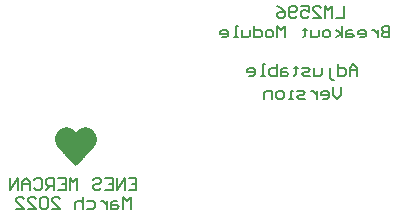
<source format=gbo>
G04*
G04 #@! TF.GenerationSoftware,Altium Limited,Altium Designer,22.3.1 (43)*
G04*
G04 Layer_Color=32896*
%FSLAX25Y25*%
%MOIN*%
G70*
G04*
G04 #@! TF.SameCoordinates,092B01F2-D36E-4E11-877B-5D38536E2366*
G04*
G04*
G04 #@! TF.FilePolarity,Positive*
G04*
G01*
G75*
%ADD10C,0.00787*%
%ADD45C,0.00630*%
G36*
X82176Y41107D02*
X82285D01*
Y40998D01*
X82611D01*
Y40890D01*
X82720D01*
Y40998D01*
X82828D01*
Y40890D01*
X82937D01*
Y40781D01*
X83046D01*
Y40672D01*
X83154D01*
Y40564D01*
X83480D01*
Y40455D01*
X83589D01*
Y40346D01*
X83698D01*
Y40238D01*
X83806D01*
Y40129D01*
X83915D01*
Y40020D01*
X84024D01*
Y39912D01*
X84132D01*
Y39803D01*
X84241D01*
Y39694D01*
X84350D01*
Y39586D01*
Y39477D01*
X84567D01*
Y39368D01*
X84458D01*
Y39260D01*
X84567D01*
Y39151D01*
X84676D01*
Y39042D01*
X84784D01*
Y38934D01*
Y38825D01*
Y38716D01*
X84893D01*
Y38608D01*
Y38499D01*
Y38390D01*
X85002D01*
Y38282D01*
X84893D01*
Y38173D01*
X85002D01*
Y38064D01*
Y37956D01*
Y37847D01*
X85110D01*
Y37738D01*
X85002D01*
Y37630D01*
X85110D01*
Y37521D01*
Y37412D01*
Y37304D01*
Y37195D01*
Y37086D01*
Y36978D01*
Y36869D01*
Y36760D01*
Y36652D01*
X85002D01*
Y36543D01*
X85110D01*
Y36434D01*
X85002D01*
Y36326D01*
Y36217D01*
Y36108D01*
X84893D01*
Y36000D01*
X85002D01*
Y35891D01*
X84893D01*
Y35782D01*
X84784D01*
Y35674D01*
Y35565D01*
Y35456D01*
X84676D01*
Y35348D01*
Y35239D01*
X84567D01*
Y35130D01*
Y35022D01*
X84458D01*
Y34913D01*
X84350D01*
Y34804D01*
X84241D01*
Y34696D01*
Y34587D01*
X84132D01*
Y34478D01*
Y34370D01*
X83915D01*
Y34261D01*
Y34152D01*
X83806D01*
Y34044D01*
X83698D01*
Y33935D01*
X83589D01*
Y33826D01*
X83480D01*
Y33718D01*
X83372D01*
Y33609D01*
X83263D01*
Y33500D01*
X83154D01*
Y33392D01*
X83046D01*
Y33283D01*
X82937D01*
Y33174D01*
X82828D01*
Y33066D01*
X82720D01*
Y32957D01*
X82611D01*
Y32848D01*
X82502D01*
Y32740D01*
X82394D01*
Y32631D01*
X82285D01*
Y32522D01*
X82176D01*
Y32414D01*
X82068D01*
Y32305D01*
X81959D01*
Y32196D01*
X81850D01*
Y32088D01*
Y31979D01*
X81633D01*
Y31870D01*
Y31762D01*
X81416D01*
Y31653D01*
Y31544D01*
X81307D01*
Y31436D01*
X81198D01*
Y31327D01*
X81090D01*
Y31218D01*
Y31110D01*
X80872D01*
Y31001D01*
Y30892D01*
X80655D01*
Y30784D01*
Y30675D01*
X80546D01*
Y30566D01*
X80438D01*
Y30458D01*
X80329D01*
Y30349D01*
X80220D01*
Y30240D01*
X80112D01*
Y30132D01*
X80003D01*
Y30023D01*
X79894D01*
Y29914D01*
X79786D01*
Y29806D01*
X79677D01*
Y29697D01*
X79568D01*
Y29588D01*
X79460D01*
Y29480D01*
X79351D01*
Y29371D01*
X79242D01*
Y29262D01*
X79134D01*
Y29154D01*
X79025D01*
Y29045D01*
X78916D01*
Y28936D01*
X78808D01*
Y28828D01*
X78699D01*
Y28719D01*
X78590D01*
Y28610D01*
X78482D01*
Y28502D01*
X78373D01*
Y28393D01*
X78264D01*
Y28284D01*
X78156D01*
Y28176D01*
X78047D01*
Y28284D01*
X77938D01*
Y28393D01*
X77830D01*
Y28502D01*
X77721D01*
Y28610D01*
X77830D01*
Y28719D01*
X77504D01*
Y28828D01*
Y28936D01*
X77286D01*
Y29045D01*
X77395D01*
Y29154D01*
X77069D01*
Y29262D01*
X77178D01*
Y29371D01*
X76852D01*
Y29480D01*
X76960D01*
Y29588D01*
X76743D01*
Y29697D01*
Y29806D01*
X76526D01*
Y29914D01*
Y30023D01*
X76417D01*
Y30132D01*
X76308D01*
Y30240D01*
X76200D01*
Y30349D01*
X76091D01*
Y30458D01*
X75982D01*
Y30566D01*
X75874D01*
Y30675D01*
X75765D01*
Y30784D01*
X75656D01*
Y30892D01*
X75548D01*
Y31001D01*
X75439D01*
Y31110D01*
X75330D01*
Y31218D01*
X75222D01*
Y31327D01*
X75113D01*
Y31436D01*
X75004D01*
Y31544D01*
X74896D01*
Y31653D01*
X74787D01*
Y31762D01*
X74678D01*
Y31870D01*
X74570D01*
Y31979D01*
X74461D01*
Y32088D01*
Y32196D01*
X74244D01*
Y32305D01*
Y32414D01*
X74026D01*
Y32522D01*
Y32631D01*
X73918D01*
Y32740D01*
X73809D01*
Y32848D01*
X73700D01*
Y32957D01*
X73592D01*
Y33066D01*
X73483D01*
Y33174D01*
Y33283D01*
X73266D01*
Y33392D01*
Y33500D01*
X73157D01*
Y33609D01*
X73048D01*
Y33718D01*
X72940D01*
Y33826D01*
X72831D01*
Y33935D01*
X72723D01*
Y34044D01*
X72614D01*
Y34152D01*
X72505D01*
Y34261D01*
X72396D01*
Y34370D01*
X72288D01*
Y34478D01*
X72179D01*
Y34587D01*
X72070D01*
Y34696D01*
X71962D01*
Y34804D01*
X71853D01*
Y34913D01*
X71962D01*
Y35022D01*
X71744D01*
Y35130D01*
Y35239D01*
X71636D01*
Y35348D01*
Y35456D01*
Y35565D01*
X71527D01*
Y35674D01*
X71418D01*
Y35782D01*
X71527D01*
Y35891D01*
X71418D01*
Y36000D01*
Y36108D01*
Y36217D01*
X71310D01*
Y36326D01*
X71201D01*
Y36434D01*
X71310D01*
Y36543D01*
X71201D01*
Y36652D01*
X71310D01*
Y36760D01*
X71201D01*
Y36869D01*
X71310D01*
Y36978D01*
X71201D01*
Y37086D01*
Y37195D01*
Y37304D01*
X71310D01*
Y37412D01*
X71201D01*
Y37521D01*
X71310D01*
Y37630D01*
X71201D01*
Y37738D01*
X71310D01*
Y37847D01*
X71201D01*
Y37956D01*
X71310D01*
Y38064D01*
Y38173D01*
Y38282D01*
X71418D01*
Y38390D01*
Y38499D01*
Y38608D01*
X71527D01*
Y38716D01*
Y38825D01*
Y38934D01*
X71636D01*
Y39042D01*
X71744D01*
Y39151D01*
Y39260D01*
Y39368D01*
X71853D01*
Y39477D01*
X71962D01*
Y39586D01*
X72070D01*
Y39694D01*
X72179D01*
Y39803D01*
X72070D01*
Y39912D01*
X72288D01*
Y40020D01*
Y40129D01*
X72505D01*
Y40238D01*
Y40346D01*
X72831D01*
Y40455D01*
Y40564D01*
X73048D01*
Y40672D01*
X73157D01*
Y40781D01*
X73483D01*
Y40890D01*
X73592D01*
Y40998D01*
X73918D01*
Y41107D01*
X74026D01*
Y40998D01*
X74135D01*
Y41107D01*
X74244D01*
Y41216D01*
X74352D01*
Y41107D01*
X74461D01*
Y41216D01*
X74570D01*
Y41107D01*
X74678D01*
Y41216D01*
X75222D01*
Y41107D01*
X75330D01*
Y41216D01*
X75439D01*
Y41107D01*
X75548D01*
Y41216D01*
X75656D01*
Y41107D01*
X75765D01*
Y40998D01*
X75874D01*
Y41107D01*
X75982D01*
Y40998D01*
X76308D01*
Y40890D01*
X76417D01*
Y40781D01*
X76743D01*
Y40672D01*
X76852D01*
Y40564D01*
X77178D01*
Y40455D01*
Y40346D01*
X77395D01*
Y40238D01*
X77504D01*
Y40129D01*
X77612D01*
Y40020D01*
X77721D01*
Y39912D01*
X77830D01*
Y39803D01*
X77938D01*
Y39694D01*
X78047D01*
Y39586D01*
X78156D01*
Y39477D01*
X78264D01*
Y39586D01*
X78373D01*
Y39694D01*
X78482D01*
Y39803D01*
X78590D01*
Y39912D01*
X78699D01*
Y40020D01*
X78808D01*
Y40129D01*
X78916D01*
Y40238D01*
X79025D01*
Y40346D01*
X79134D01*
Y40455D01*
X79242D01*
Y40564D01*
X79460D01*
Y40672D01*
Y40781D01*
X79568D01*
Y40672D01*
X79677D01*
Y40781D01*
X79786D01*
Y40890D01*
X80112D01*
Y40998D01*
X80438D01*
Y41107D01*
X80764D01*
Y41216D01*
X80872D01*
Y41107D01*
X80981D01*
Y41216D01*
X81090D01*
Y41107D01*
X81198D01*
Y41216D01*
X81524D01*
Y41107D01*
X81633D01*
Y41216D01*
X81742D01*
Y41107D01*
X81850D01*
Y41216D01*
X81959D01*
Y41107D01*
X82068D01*
Y41216D01*
X82176D01*
Y41107D01*
D02*
G37*
D10*
X167626Y81718D02*
Y77782D01*
X165002D01*
X163690D02*
Y81718D01*
X162378Y80406D01*
X161066Y81718D01*
Y77782D01*
X157131D02*
X159755D01*
X157131Y80406D01*
Y81062D01*
X157787Y81718D01*
X159098D01*
X159755Y81062D01*
X153195Y81718D02*
X155819D01*
Y79750D01*
X154507Y80406D01*
X153851D01*
X153195Y79750D01*
Y78438D01*
X153851Y77782D01*
X155163D01*
X155819Y78438D01*
X151883D02*
X151227Y77782D01*
X149915D01*
X149259Y78438D01*
Y81062D01*
X149915Y81718D01*
X151227D01*
X151883Y81062D01*
Y80406D01*
X151227Y79750D01*
X149259D01*
X145323Y81718D02*
X146635Y81062D01*
X147947Y79750D01*
Y78438D01*
X147291Y77782D01*
X145979D01*
X145323Y78438D01*
Y79094D01*
X145979Y79750D01*
X147947D01*
X182713Y75106D02*
Y71170D01*
X180745D01*
X180089Y71826D01*
Y72482D01*
X180745Y73138D01*
X182713D01*
X180745D01*
X180089Y73794D01*
Y74450D01*
X180745Y75106D01*
X182713D01*
X178777Y73794D02*
Y71170D01*
Y72482D01*
X178121Y73138D01*
X177465Y73794D01*
X176809D01*
X172874Y71170D02*
X174186D01*
X174841Y71826D01*
Y73138D01*
X174186Y73794D01*
X172874D01*
X172218Y73138D01*
Y72482D01*
X174841D01*
X170250Y73794D02*
X168938D01*
X168282Y73138D01*
Y71170D01*
X170250D01*
X170906Y71826D01*
X170250Y72482D01*
X168282D01*
X166970Y71170D02*
Y75106D01*
Y72482D02*
X165002Y73794D01*
X166970Y72482D02*
X165002Y71170D01*
X162378D02*
X161066D01*
X160410Y71826D01*
Y73138D01*
X161066Y73794D01*
X162378D01*
X163034Y73138D01*
Y71826D01*
X162378Y71170D01*
X159098Y73794D02*
Y71826D01*
X158443Y71170D01*
X156475D01*
Y73794D01*
X154507Y74450D02*
Y73794D01*
X155163D01*
X153851D01*
X154507D01*
Y71826D01*
X153851Y71170D01*
X147947D02*
Y75106D01*
X146635Y73794D01*
X145323Y75106D01*
Y71170D01*
X143356D02*
X142044D01*
X141388Y71826D01*
Y73138D01*
X142044Y73794D01*
X143356D01*
X144011Y73138D01*
Y71826D01*
X143356Y71170D01*
X137452Y75106D02*
Y71170D01*
X139420D01*
X140076Y71826D01*
Y73138D01*
X139420Y73794D01*
X137452D01*
X136140D02*
Y71826D01*
X135484Y71170D01*
X133516D01*
Y73794D01*
X132204Y71170D02*
X130892D01*
X131548D01*
Y75106D01*
X132204D01*
X126957Y71170D02*
X128269D01*
X128925Y71826D01*
Y73138D01*
X128269Y73794D01*
X126957D01*
X126301Y73138D01*
Y72482D01*
X128925D01*
D45*
X172009Y58275D02*
Y60899D01*
X170697Y62211D01*
X169385Y60899D01*
Y58275D01*
Y60243D01*
X172009D01*
X165449Y62211D02*
Y58275D01*
X167417D01*
X168073Y58931D01*
Y60243D01*
X167417Y60899D01*
X165449D01*
X164137Y56963D02*
X163481D01*
X162825Y57619D01*
Y60899D01*
X160201D02*
Y58931D01*
X159545Y58275D01*
X157578D01*
Y60899D01*
X156266Y58275D02*
X154298D01*
X153642Y58931D01*
X154298Y59587D01*
X155610D01*
X156266Y60243D01*
X155610Y60899D01*
X153642D01*
X151674Y61555D02*
Y60899D01*
X152330D01*
X151018D01*
X151674D01*
Y58931D01*
X151018Y58275D01*
X148394Y60899D02*
X147082D01*
X146426Y60243D01*
Y58275D01*
X148394D01*
X149050Y58931D01*
X148394Y59587D01*
X146426D01*
X145114Y62211D02*
Y58275D01*
X143146D01*
X142490Y58931D01*
Y59587D01*
Y60243D01*
X143146Y60899D01*
X145114D01*
X141179Y58275D02*
X139867D01*
X140523D01*
Y62211D01*
X141179D01*
X135931Y58275D02*
X137243D01*
X137899Y58931D01*
Y60243D01*
X137243Y60899D01*
X135931D01*
X135275Y60243D01*
Y59587D01*
X137899D01*
X166433Y54664D02*
Y52040D01*
X165121Y50728D01*
X163809Y52040D01*
Y54664D01*
X160529Y50728D02*
X161841D01*
X162497Y51384D01*
Y52696D01*
X161841Y53352D01*
X160529D01*
X159873Y52696D01*
Y52040D01*
X162497D01*
X158561Y53352D02*
Y50728D01*
Y52040D01*
X157905Y52696D01*
X157249Y53352D01*
X156594D01*
X154626Y50728D02*
X152658D01*
X152002Y51384D01*
X152658Y52040D01*
X153970D01*
X154626Y52696D01*
X153970Y53352D01*
X152002D01*
X150690Y50728D02*
X149378D01*
X150034D01*
Y53352D01*
X150690D01*
X146754Y50728D02*
X145442D01*
X144786Y51384D01*
Y52696D01*
X145442Y53352D01*
X146754D01*
X147410Y52696D01*
Y51384D01*
X146754Y50728D01*
X143474D02*
Y53352D01*
X141507D01*
X140851Y52696D01*
Y50728D01*
X95735Y24195D02*
X98359D01*
Y20259D01*
X95735D01*
X98359Y22227D02*
X97047D01*
X94423Y20259D02*
Y24195D01*
X91799Y20259D01*
Y24195D01*
X87864D02*
X90487D01*
Y20259D01*
X87864D01*
X90487Y22227D02*
X89176D01*
X83928Y23539D02*
X84584Y24195D01*
X85896D01*
X86552Y23539D01*
Y22883D01*
X85896Y22227D01*
X84584D01*
X83928Y21571D01*
Y20915D01*
X84584Y20259D01*
X85896D01*
X86552Y20915D01*
X78680Y20259D02*
Y24195D01*
X77368Y22883D01*
X76056Y24195D01*
Y20259D01*
X72121Y24195D02*
X74744D01*
Y20259D01*
X72121D01*
X74744Y22227D02*
X73433D01*
X70809Y20259D02*
Y24195D01*
X68841D01*
X68185Y23539D01*
Y22227D01*
X68841Y21571D01*
X70809D01*
X69497D02*
X68185Y20259D01*
X64249Y23539D02*
X64905Y24195D01*
X66217D01*
X66873Y23539D01*
Y20915D01*
X66217Y20259D01*
X64905D01*
X64249Y20915D01*
X62937Y20259D02*
Y22883D01*
X61625Y24195D01*
X60313Y22883D01*
Y20259D01*
Y22227D01*
X62937D01*
X59002Y20259D02*
Y24195D01*
X56378Y20259D01*
Y24195D01*
X96391Y14024D02*
Y17960D01*
X95079Y16648D01*
X93767Y17960D01*
Y14024D01*
X91799Y16648D02*
X90487D01*
X89832Y15992D01*
Y14024D01*
X91799D01*
X92455Y14680D01*
X91799Y15336D01*
X89832D01*
X88520Y16648D02*
Y14024D01*
Y15336D01*
X87864Y15992D01*
X87208Y16648D01*
X86552D01*
X81960D02*
X83928D01*
X84584Y15992D01*
Y14680D01*
X83928Y14024D01*
X81960D01*
X80648Y17960D02*
Y14024D01*
Y15992D01*
X79992Y16648D01*
X78680D01*
X78024Y15992D01*
Y14024D01*
X70153D02*
X72777D01*
X70153Y16648D01*
Y17304D01*
X70809Y17960D01*
X72121D01*
X72777Y17304D01*
X68841D02*
X68185Y17960D01*
X66873D01*
X66217Y17304D01*
Y14680D01*
X66873Y14024D01*
X68185D01*
X68841Y14680D01*
Y17304D01*
X62281Y14024D02*
X64905D01*
X62281Y16648D01*
Y17304D01*
X62937Y17960D01*
X64249D01*
X64905Y17304D01*
X58346Y14024D02*
X60969D01*
X58346Y16648D01*
Y17304D01*
X59002Y17960D01*
X60313D01*
X60969Y17304D01*
M02*

</source>
